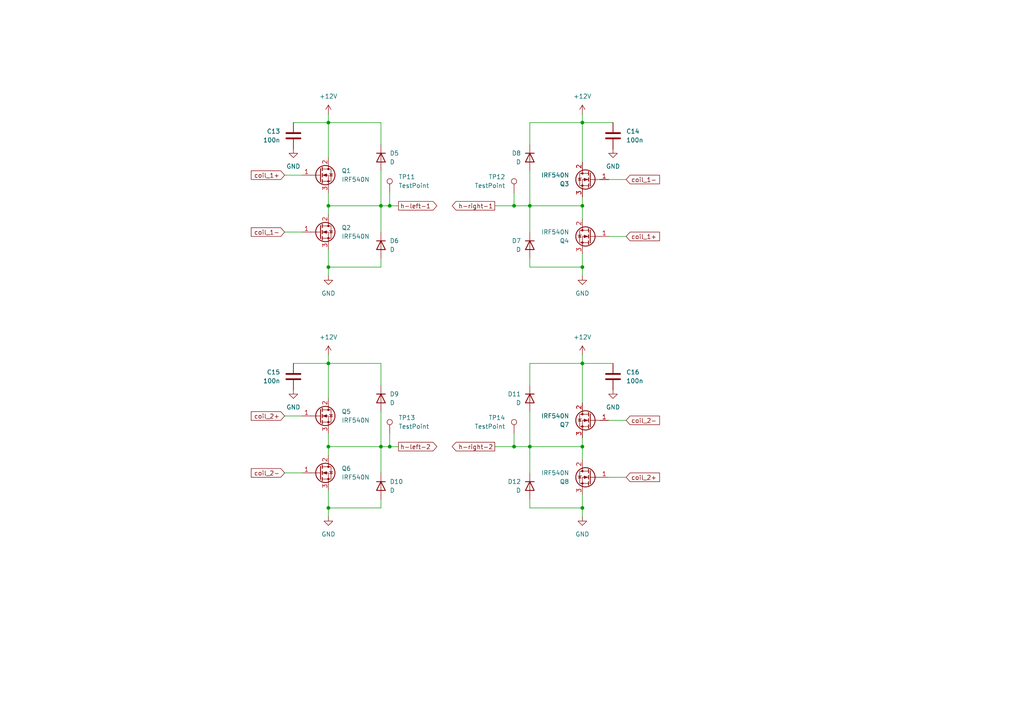
<source format=kicad_sch>
(kicad_sch (version 20250114) (generator "eeschema") (generator_version "9.0")
  (paper "A4")
  (lib_symbols
    (symbol "Connector:TestPoint" (pin_numbers (hide yes)) (pin_names (offset 0.762) (hide yes))
      (property "Reference" "TP" (at 0 6.858 0))
      (property "Value" "TestPoint" (at 0 5.08 0))
      (symbol "TestPoint_0_1"
        (circle (center 0 3.302) (radius 0.762))
      )
      (symbol "TestPoint_1_1"
        (pin passive line (at 0 0 90) (length 2.54) (name "1") (number "1"))
      )
    )
    (symbol "Device:C" (pin_numbers (hide yes)) (pin_names (offset 0.254))
      (property "Reference" "C" (at 0.635 2.54 0))
      (property "Value" "C" (at 0.635 -2.54 0))
      (symbol "C_0_1"
        (polyline (pts (xy -2.032 0.762) (xy 2.032 0.762)) (stroke (width 0.508)))
        (polyline (pts (xy -2.032 -0.762) (xy 2.032 -0.762)) (stroke (width 0.508)))
      )
      (symbol "C_1_1"
        (pin passive line (at 0 3.81 270) (length 2.794) (name "~") (number "1"))
        (pin passive line (at 0 -3.81 90) (length 2.794) (name "~") (number "2"))
      )
    )
    (symbol "Device:D" (pin_numbers (hide yes)) (pin_names (offset 1.016) (hide yes))
      (property "Reference" "D" (at 0 2.54 0))
      (property "Value" "D" (at 0 -2.54 0))
      (symbol "D_0_1"
        (polyline (pts (xy -1.27 1.27) (xy -1.27 -1.27)) (stroke (width 0.254)))
        (polyline (pts (xy 1.27 1.27) (xy 1.27 -1.27) (xy -1.27 0) (xy 1.27 1.27)) (stroke (width 0.254)))
        (polyline (pts (xy 1.27 0) (xy -1.27 0)))
      )
      (symbol "D_1_1"
        (pin passive line (at -3.81 0 0) (length 2.54) (name "K") (number "1"))
        (pin passive line (at 3.81 0 180) (length 2.54) (name "A") (number "2"))
      )
    )
    (symbol "Transistor_FET:IRF540N" (pin_names (hide yes))
      (property "Reference" "Q" (at 5.08 1.905 0))
      (property "Value" "IRF540N" (at 5.08 0 0))
      (symbol "IRF540N_0_1"
        (polyline (pts (xy 0.254 1.905) (xy 0.254 -1.905)) (stroke (width 0.254)))
        (polyline (pts (xy 0.254 0) (xy -2.54 0)))
        (polyline (pts (xy 0.762 2.286) (xy 0.762 1.27)) (stroke (width 0.254)))
        (polyline (pts (xy 0.762 0.508) (xy 0.762 -0.508)) (stroke (width 0.254)))
        (polyline (pts (xy 0.762 -1.27) (xy 0.762 -2.286)) (stroke (width 0.254)))
        (polyline (pts (xy 0.762 -1.778) (xy 3.302 -1.778) (xy 3.302 1.778) (xy 0.762 1.778)))
        (polyline (pts (xy 1.016 0) (xy 2.032 0.381) (xy 2.032 -0.381) (xy 1.016 0)) (fill (type outline)))
        (circle (center 1.651 0) (radius 2.794) (stroke (width 0.254)))
        (polyline (pts (xy 2.54 2.54) (xy 2.54 1.778)))
        (circle (center 2.54 1.778) (radius 0.254) (fill (type outline)))
        (circle (center 2.54 -1.778) (radius 0.254) (fill (type outline)))
        (polyline (pts (xy 2.54 -2.54) (xy 2.54 0) (xy 0.762 0)))
        (polyline (pts (xy 2.794 0.508) (xy 2.921 0.381) (xy 3.683 0.381) (xy 3.81 0.254)))
        (polyline (pts (xy 3.302 0.381) (xy 2.921 -0.254) (xy 3.683 -0.254) (xy 3.302 0.381)))
      )
      (symbol "IRF540N_1_1"
        (pin input line (at -5.08 0 0) (length 2.54) (name "G") (number "1"))
        (pin passive line (at 2.54 5.08 270) (length 2.54) (name "D") (number "2"))
        (pin passive line (at 2.54 -5.08 90) (length 2.54) (name "S") (number "3"))
      )
    )
    (symbol "power:+12V" (power) (pin_numbers (hide yes)) (pin_names (offset 0) (hide yes))
      (property "Value" "+12V" (at 0 3.556 0))
      (symbol "+12V_0_1"
        (polyline (pts (xy -0.762 1.27) (xy 0 2.54)))
        (polyline (pts (xy 0 2.54) (xy 0.762 1.27)))
        (polyline (pts (xy 0 0) (xy 0 2.54)))
      )
      (symbol "+12V_1_1"
        (pin power_in line (at 0 0 90) (length 0) (name "~") (number "1"))
      )
    )
    (symbol "power:GND" (power) (pin_numbers (hide yes)) (pin_names (offset 0) (hide yes))
      (property "Value" "GND" (at 0 -3.81 0))
      (symbol "GND_0_1"
        (polyline (pts (xy 0 0) (xy 0 -1.27) (xy 1.27 -1.27) (xy 0 -2.54) (xy -1.27 -1.27) (xy 0 -1.27)))
      )
      (symbol "GND_1_1"
        (pin power_in line (at 0 0 270) (length 0) (name "~") (number "1"))
      )
    )
  )
  (junction (at 168.91 35.56))
  (junction (at 149.098 129.54))
  (junction (at 153.67 59.69))
  (junction (at 110.49 59.69))
  (junction (at 113.03 129.54))
  (junction (at 168.91 59.69))
  (junction (at 110.49 129.54))
  (junction (at 168.91 129.54))
  (junction (at 95.25 59.69))
  (junction (at 168.91 147.32))
  (junction (at 95.25 35.56))
  (junction (at 168.91 77.47))
  (junction (at 95.25 147.32))
  (junction (at 95.25 77.47))
  (junction (at 153.67 129.54))
  (junction (at 113.03 59.69))
  (junction (at 149.098 59.69))
  (junction (at 168.91 105.41))
  (junction (at 95.25 129.54))
  (junction (at 95.25 105.41))
  (wire (pts (xy 149.098 59.69) (xy 153.67 59.69)))
  (wire (pts (xy 153.67 41.91) (xy 153.67 35.56)))
  (wire (pts (xy 168.91 35.56) (xy 177.8 35.56)))
  (wire (pts (xy 95.25 129.54) (xy 95.25 132.08)))
  (wire (pts (xy 153.67 49.53) (xy 153.67 59.69)))
  (wire (pts (xy 110.49 105.41) (xy 95.25 105.41)))
  (wire (pts (xy 110.49 129.54) (xy 110.49 137.16)))
  (wire (pts (xy 95.25 35.56) (xy 95.25 45.72)))
  (wire (pts (xy 110.49 77.47) (xy 95.25 77.47)))
  (wire (pts (xy 95.25 33.02) (xy 95.25 35.56)))
  (wire (pts (xy 110.49 35.56) (xy 95.25 35.56)))
  (wire (pts (xy 110.49 119.38) (xy 110.49 129.54)))
  (wire (pts (xy 85.09 105.41) (xy 95.25 105.41)))
  (wire (pts (xy 168.91 105.41) (xy 168.91 116.84)))
  (wire (pts (xy 168.91 127) (xy 168.91 129.54)))
  (wire (pts (xy 95.25 129.54) (xy 110.49 129.54)))
  (wire (pts (xy 168.91 105.41) (xy 177.8 105.41)))
  (wire (pts (xy 168.91 143.51) (xy 168.91 147.32)))
  (wire (pts (xy 149.098 125.73) (xy 149.098 129.54)))
  (wire (pts (xy 153.67 147.32) (xy 168.91 147.32)))
  (wire (pts (xy 153.67 129.54) (xy 168.91 129.54)))
  (wire (pts (xy 113.03 59.69) (xy 115.57 59.69)))
  (wire (pts (xy 85.09 35.56) (xy 95.25 35.56)))
  (wire (pts (xy 143.51 129.54) (xy 149.098 129.54)))
  (wire (pts (xy 176.53 52.07) (xy 181.61 52.07)))
  (wire (pts (xy 168.91 102.87) (xy 168.91 105.41)))
  (wire (pts (xy 176.53 68.58) (xy 181.61 68.58)))
  (wire (pts (xy 110.49 59.69) (xy 113.03 59.69)))
  (wire (pts (xy 168.91 80.01) (xy 168.91 77.47)))
  (wire (pts (xy 82.55 120.65) (xy 87.63 120.65)))
  (wire (pts (xy 110.49 41.91) (xy 110.49 35.56)))
  (wire (pts (xy 153.67 59.69) (xy 153.67 67.31)))
  (wire (pts (xy 153.67 144.78) (xy 153.67 147.32)))
  (wire (pts (xy 168.91 73.66) (xy 168.91 77.47)))
  (wire (pts (xy 95.25 147.32) (xy 95.25 149.86)))
  (wire (pts (xy 168.91 59.69) (xy 168.91 63.5)))
  (wire (pts (xy 95.25 105.41) (xy 95.25 115.57)))
  (wire (pts (xy 82.55 137.16) (xy 87.63 137.16)))
  (wire (pts (xy 95.25 125.73) (xy 95.25 129.54)))
  (wire (pts (xy 95.25 142.24) (xy 95.25 147.32)))
  (wire (pts (xy 153.67 59.69) (xy 168.91 59.69)))
  (wire (pts (xy 153.67 105.41) (xy 168.91 105.41)))
  (wire (pts (xy 110.49 129.54) (xy 113.03 129.54)))
  (wire (pts (xy 168.91 57.15) (xy 168.91 59.69)))
  (wire (pts (xy 95.25 59.69) (xy 110.49 59.69)))
  (wire (pts (xy 82.55 50.8) (xy 87.63 50.8)))
  (wire (pts (xy 176.53 121.92) (xy 181.61 121.92)))
  (wire (pts (xy 113.03 129.54) (xy 115.57 129.54)))
  (wire (pts (xy 153.67 77.47) (xy 168.91 77.47)))
  (wire (pts (xy 113.03 55.88) (xy 113.03 59.69)))
  (wire (pts (xy 110.49 147.32) (xy 95.25 147.32)))
  (wire (pts (xy 168.91 129.54) (xy 168.91 133.35)))
  (wire (pts (xy 153.67 129.54) (xy 153.67 137.16)))
  (wire (pts (xy 149.098 129.54) (xy 153.67 129.54)))
  (wire (pts (xy 95.25 77.47) (xy 95.25 80.01)))
  (wire (pts (xy 110.49 74.93) (xy 110.49 77.47)))
  (wire (pts (xy 82.55 67.31) (xy 87.63 67.31)))
  (wire (pts (xy 95.25 55.88) (xy 95.25 59.69)))
  (wire (pts (xy 176.53 138.43) (xy 181.61 138.43)))
  (wire (pts (xy 95.25 59.69) (xy 95.25 62.23)))
  (wire (pts (xy 143.51 59.69) (xy 149.098 59.69)))
  (wire (pts (xy 110.49 144.78) (xy 110.49 147.32)))
  (wire (pts (xy 153.67 35.56) (xy 168.91 35.56)))
  (wire (pts (xy 149.098 55.88) (xy 149.098 59.69)))
  (wire (pts (xy 95.25 72.39) (xy 95.25 77.47)))
  (wire (pts (xy 153.67 119.38) (xy 153.67 129.54)))
  (wire (pts (xy 168.91 33.02) (xy 168.91 35.56)))
  (wire (pts (xy 110.49 111.76) (xy 110.49 105.41)))
  (wire (pts (xy 110.49 49.53) (xy 110.49 59.69)))
  (wire (pts (xy 168.91 35.56) (xy 168.91 46.99)))
  (wire (pts (xy 110.49 59.69) (xy 110.49 67.31)))
  (wire (pts (xy 95.25 102.87) (xy 95.25 105.41)))
  (wire (pts (xy 168.91 149.86) (xy 168.91 147.32)))
  (wire (pts (xy 153.67 74.93) (xy 153.67 77.47)))
  (wire (pts (xy 113.03 125.73) (xy 113.03 129.54)))
  (wire (pts (xy 153.67 111.76) (xy 153.67 105.41)))
  (global_label "coil_1+" (shape input) (at 181.61 68.58 0) (property "Intersheetrefs" "${INTERSHEET_REFS}" (effects (hide yes))))
  (global_label "coil_1-" (shape input) (at 82.55 67.31 180) (property "Intersheetrefs" "${INTERSHEET_REFS}" (effects (hide yes))))
  (global_label "coil_1-" (shape input) (at 181.61 52.07 0) (property "Intersheetrefs" "${INTERSHEET_REFS}" (effects (hide yes))))
  (global_label "h-right-1" (shape output) (at 143.51 59.69 180) (property "Intersheetrefs" "${INTERSHEET_REFS}" (effects (hide yes))))
  (global_label "coil_2-" (shape input) (at 181.61 121.92 0) (property "Intersheetrefs" "${INTERSHEET_REFS}" (effects (hide yes))))
  (global_label "coil_2-" (shape input) (at 82.55 137.16 180) (property "Intersheetrefs" "${INTERSHEET_REFS}" (effects (hide yes))))
  (global_label "h-left-1" (shape output) (at 115.57 59.69 0) (property "Intersheetrefs" "${INTERSHEET_REFS}" (effects (hide yes))))
  (global_label "coil_1+" (shape input) (at 82.55 50.8 180) (property "Intersheetrefs" "${INTERSHEET_REFS}" (effects (hide yes))))
  (global_label "coil_2+" (shape input) (at 82.55 120.65 180) (property "Intersheetrefs" "${INTERSHEET_REFS}" (effects (hide yes))))
  (global_label "coil_2+" (shape input) (at 181.61 138.43 0) (property "Intersheetrefs" "${INTERSHEET_REFS}" (effects (hide yes))))
  (global_label "h-left-2" (shape output) (at 115.57 129.54 0) (property "Intersheetrefs" "${INTERSHEET_REFS}" (effects (hide yes))))
  (global_label "h-right-2" (shape output) (at 143.51 129.54 180) (property "Intersheetrefs" "${INTERSHEET_REFS}" (effects (hide yes))))
  (symbol (lib_id "power:+12V") (at 95.25 33.02 0) (unit 1)
    (property "Reference" "#PWR036" (effects (hide yes)))
    (property "Value" "+12V" (at 95.25 27.94 0))
    (property "Description" "Power symbol creates a global label with name \"+12V\"" (effects (hide yes)))
  )
  (symbol (lib_id "Transistor_FET:IRF540N") (at 92.71 137.16 0) (unit 1)
    (property "Reference" "Q6" (at 99.06 135.8899 0) (effects (justify left)))
    (property "Value" "IRF540N" (at 99.06 138.4299 0) (effects (justify left)))
    (property "Footprint" "Package_TO_SOT_THT:TO-220-3_Vertical" (effects (hide yes)))
    (property "Datasheet" "http://www.irf.com/product-info/datasheets/data/irf540n.pdf" (effects (hide yes)))
    (property "Description" "33A Id, 100V Vds, HEXFET N-Channel MOSFET, TO-220" (effects (hide yes)))
  )
  (symbol (lib_id "power:GND") (at 168.91 149.86 0) (unit 1)
    (property "Reference" "#PWR047" (effects (hide yes)))
    (property "Value" "GND" (at 168.91 154.94 0))
    (property "Description" "Power symbol creates a global label with name \"GND\" , ground" (effects (hide yes)))
  )
  (symbol (lib_id "power:GND") (at 85.09 113.03 0) (unit 1)
    (property "Reference" "#PWR043" (effects (hide yes)))
    (property "Value" "GND" (at 85.09 118.11 0))
    (property "Description" "Power symbol creates a global label with name \"GND\" , ground" (effects (hide yes)))
  )
  (symbol (lib_id "Device:D") (at 110.49 71.12 270) (unit 1)
    (property "Reference" "D6" (at 113.03 69.8499 90) (effects (justify left)))
    (property "Value" "D" (at 113.03 72.3899 90) (effects (justify left)))
    (property "Description" "Diode" (effects (hide yes)))
    (property "Sim.Device" "D" (effects (hide yes)))
    (property "Sim.Pins" "1=K 2=A" (effects (hide yes)))
  )
  (symbol (lib_id "Connector:TestPoint") (at 149.098 125.73 0) (mirror y) (unit 1)
    (property "Reference" "TP14" (at 146.558 121.1579 0) (effects (justify left)))
    (property "Value" "TestPoint" (at 146.558 123.6979 0) (effects (justify left)))
    (property "Footprint" "TestPoint:TestPoint_Loop_D2.50mm_Drill1.0mm" (effects (hide yes)))
    (property "Description" "test point" (effects (hide yes)))
  )
  (symbol (lib_id "Transistor_FET:IRF540N") (at 92.71 67.31 0) (unit 1)
    (property "Reference" "Q2" (at 99.06 66.0399 0) (effects (justify left)))
    (property "Value" "IRF540N" (at 99.06 68.5799 0) (effects (justify left)))
    (property "Footprint" "Package_TO_SOT_THT:TO-220-3_Vertical" (effects (hide yes)))
    (property "Datasheet" "http://www.irf.com/product-info/datasheets/data/irf540n.pdf" (effects (hide yes)))
    (property "Description" "33A Id, 100V Vds, HEXFET N-Channel MOSFET, TO-220" (effects (hide yes)))
  )
  (symbol (lib_id "Transistor_FET:IRF540N") (at 171.45 52.07 0) (mirror y) (unit 1)
    (property "Reference" "Q3" (at 165.1 53.3401 0) (effects (justify left)))
    (property "Value" "IRF540N" (at 165.1 50.8001 0) (effects (justify left)))
    (property "Footprint" "Package_TO_SOT_THT:TO-220-3_Vertical" (effects (hide yes)))
    (property "Datasheet" "http://www.irf.com/product-info/datasheets/data/irf540n.pdf" (effects (hide yes)))
    (property "Description" "33A Id, 100V Vds, HEXFET N-Channel MOSFET, TO-220" (effects (hide yes)))
  )
  (symbol (lib_id "Transistor_FET:IRF540N") (at 92.71 120.65 0) (unit 1)
    (property "Reference" "Q5" (at 99.06 119.3799 0) (effects (justify left)))
    (property "Value" "IRF540N" (at 99.06 121.9199 0) (effects (justify left)))
    (property "Footprint" "Package_TO_SOT_THT:TO-220-3_Vertical" (effects (hide yes)))
    (property "Datasheet" "http://www.irf.com/product-info/datasheets/data/irf540n.pdf" (effects (hide yes)))
    (property "Description" "33A Id, 100V Vds, HEXFET N-Channel MOSFET, TO-220" (effects (hide yes)))
  )
  (symbol (lib_id "Device:D") (at 153.67 71.12 90) (mirror x) (unit 1)
    (property "Reference" "D7" (at 151.13 69.8499 90) (effects (justify left)))
    (property "Value" "D" (at 151.13 72.3899 90) (effects (justify left)))
    (property "Description" "Diode" (effects (hide yes)))
    (property "Sim.Device" "D" (effects (hide yes)))
    (property "Sim.Pins" "1=K 2=A" (effects (hide yes)))
  )
  (symbol (lib_id "Transistor_FET:IRF540N") (at 171.45 68.58 0) (mirror y) (unit 1)
    (property "Reference" "Q4" (at 165.1 69.8501 0) (effects (justify left)))
    (property "Value" "IRF540N" (at 165.1 67.3101 0) (effects (justify left)))
    (property "Footprint" "Package_TO_SOT_THT:TO-220-3_Vertical" (effects (hide yes)))
    (property "Datasheet" "http://www.irf.com/product-info/datasheets/data/irf540n.pdf" (effects (hide yes)))
    (property "Description" "33A Id, 100V Vds, HEXFET N-Channel MOSFET, TO-220" (effects (hide yes)))
  )
  (symbol (lib_id "Connector:TestPoint") (at 149.098 55.88 0) (mirror y) (unit 1)
    (property "Reference" "TP12" (at 146.558 51.3079 0) (effects (justify left)))
    (property "Value" "TestPoint" (at 146.558 53.8479 0) (effects (justify left)))
    (property "Footprint" "TestPoint:TestPoint_Loop_D2.50mm_Drill1.0mm" (effects (hide yes)))
    (property "Description" "test point" (effects (hide yes)))
  )
  (symbol (lib_id "Device:D") (at 153.67 115.57 90) (mirror x) (unit 1)
    (property "Reference" "D11" (at 151.13 114.2999 90) (effects (justify left)))
    (property "Value" "D" (at 151.13 116.8399 90) (effects (justify left)))
    (property "Description" "Diode" (effects (hide yes)))
    (property "Sim.Device" "D" (effects (hide yes)))
    (property "Sim.Pins" "1=K 2=A" (effects (hide yes)))
  )
  (symbol (lib_id "Transistor_FET:IRF540N") (at 171.45 121.92 0) (mirror y) (unit 1)
    (property "Reference" "Q7" (at 165.1 123.1901 0) (effects (justify left)))
    (property "Value" "IRF540N" (at 165.1 120.6501 0) (effects (justify left)))
    (property "Footprint" "Package_TO_SOT_THT:TO-220-3_Vertical" (effects (hide yes)))
    (property "Datasheet" "http://www.irf.com/product-info/datasheets/data/irf540n.pdf" (effects (hide yes)))
    (property "Description" "33A Id, 100V Vds, HEXFET N-Channel MOSFET, TO-220" (effects (hide yes)))
  )
  (symbol (lib_id "power:+12V") (at 168.91 102.87 0) (unit 1)
    (property "Reference" "#PWR046" (effects (hide yes)))
    (property "Value" "+12V" (at 168.91 97.79 0))
    (property "Description" "Power symbol creates a global label with name \"+12V\"" (effects (hide yes)))
  )
  (symbol (lib_id "Connector:TestPoint") (at 113.03 125.73 0) (unit 1)
    (property "Reference" "TP13" (at 115.57 121.1579 0) (effects (justify left)))
    (property "Value" "TestPoint" (at 115.57 123.6979 0) (effects (justify left)))
    (property "Footprint" "TestPoint:TestPoint_Loop_D2.50mm_Drill1.0mm" (effects (hide yes)))
    (property "Description" "test point" (effects (hide yes)))
  )
  (symbol (lib_id "Connector:TestPoint") (at 113.03 55.88 0) (unit 1)
    (property "Reference" "TP11" (at 115.57 51.3079 0) (effects (justify left)))
    (property "Value" "TestPoint" (at 115.57 53.8479 0) (effects (justify left)))
    (property "Footprint" "TestPoint:TestPoint_Loop_D2.50mm_Drill1.0mm" (effects (hide yes)))
    (property "Description" "test point" (effects (hide yes)))
  )
  (symbol (lib_id "Device:C") (at 85.09 39.37 0) (mirror y) (unit 1)
    (property "Reference" "C13" (at 81.28 38.0999 0) (effects (justify left)))
    (property "Value" "100n" (at 81.28 40.6399 0) (effects (justify left)))
    (property "Footprint" "Capacitor_SMD:C_1206_3216Metric" (effects (hide yes)))
    (property "Description" "Unpolarized capacitor" (effects (hide yes)))
  )
  (symbol (lib_id "Device:C") (at 177.8 39.37 0) (mirror y) (unit 1)
    (property "Reference" "C14" (at 181.61 38.0999 0) (effects (justify right)))
    (property "Value" "100n" (at 181.61 40.6399 0) (effects (justify right)))
    (property "Footprint" "Capacitor_SMD:C_1206_3216Metric" (effects (hide yes)))
    (property "Description" "Unpolarized capacitor" (effects (hide yes)))
  )
  (symbol (lib_id "power:GND") (at 177.8 113.03 0) (mirror y) (unit 1)
    (property "Reference" "#PWR048" (effects (hide yes)))
    (property "Value" "GND" (at 177.8 118.11 0))
    (property "Description" "Power symbol creates a global label with name \"GND\" , ground" (effects (hide yes)))
  )
  (symbol (lib_id "power:GND") (at 95.25 149.86 0) (unit 1)
    (property "Reference" "#PWR045" (effects (hide yes)))
    (property "Value" "GND" (at 95.25 154.94 0))
    (property "Description" "Power symbol creates a global label with name \"GND\" , ground" (effects (hide yes)))
  )
  (symbol (lib_id "Device:D") (at 153.67 45.72 90) (mirror x) (unit 1)
    (property "Reference" "D8" (at 151.13 44.4499 90) (effects (justify left)))
    (property "Value" "D" (at 151.13 46.9899 90) (effects (justify left)))
    (property "Description" "Diode" (effects (hide yes)))
    (property "Sim.Device" "D" (effects (hide yes)))
    (property "Sim.Pins" "1=K 2=A" (effects (hide yes)))
  )
  (symbol (lib_id "power:GND") (at 85.09 43.18 0) (unit 1)
    (property "Reference" "#PWR040" (effects (hide yes)))
    (property "Value" "GND" (at 85.09 48.26 0))
    (property "Description" "Power symbol creates a global label with name \"GND\" , ground" (effects (hide yes)))
  )
  (symbol (lib_id "Device:C") (at 85.09 109.22 0) (mirror y) (unit 1)
    (property "Reference" "C15" (at 81.28 107.9499 0) (effects (justify left)))
    (property "Value" "100n" (at 81.28 110.4899 0) (effects (justify left)))
    (property "Footprint" "Capacitor_SMD:C_1206_3216Metric" (effects (hide yes)))
    (property "Description" "Unpolarized capacitor" (effects (hide yes)))
  )
  (symbol (lib_id "Device:D") (at 153.67 140.97 90) (mirror x) (unit 1)
    (property "Reference" "D12" (at 151.13 139.6999 90) (effects (justify left)))
    (property "Value" "D" (at 151.13 142.2399 90) (effects (justify left)))
    (property "Description" "Diode" (effects (hide yes)))
    (property "Sim.Device" "D" (effects (hide yes)))
    (property "Sim.Pins" "1=K 2=A" (effects (hide yes)))
  )
  (symbol (lib_id "Device:D") (at 110.49 140.97 270) (unit 1)
    (property "Reference" "D10" (at 113.03 139.6999 90) (effects (justify left)))
    (property "Value" "D" (at 113.03 142.2399 90) (effects (justify left)))
    (property "Description" "Diode" (effects (hide yes)))
    (property "Sim.Device" "D" (effects (hide yes)))
    (property "Sim.Pins" "1=K 2=A" (effects (hide yes)))
  )
  (symbol (lib_id "Device:D") (at 110.49 115.57 270) (unit 1)
    (property "Reference" "D9" (at 113.03 114.2999 90) (effects (justify left)))
    (property "Value" "D" (at 113.03 116.8399 90) (effects (justify left)))
    (property "Description" "Diode" (effects (hide yes)))
    (property "Sim.Device" "D" (effects (hide yes)))
    (property "Sim.Pins" "1=K 2=A" (effects (hide yes)))
  )
  (symbol (lib_id "Transistor_FET:IRF540N") (at 171.45 138.43 0) (mirror y) (unit 1)
    (property "Reference" "Q8" (at 165.1 139.7001 0) (effects (justify left)))
    (property "Value" "IRF540N" (at 165.1 137.1601 0) (effects (justify left)))
    (property "Footprint" "Package_TO_SOT_THT:TO-220-3_Vertical" (effects (hide yes)))
    (property "Datasheet" "http://www.irf.com/product-info/datasheets/data/irf540n.pdf" (effects (hide yes)))
    (property "Description" "33A Id, 100V Vds, HEXFET N-Channel MOSFET, TO-220" (effects (hide yes)))
  )
  (symbol (lib_id "power:+12V") (at 168.91 33.02 0) (unit 1)
    (property "Reference" "#PWR037" (effects (hide yes)))
    (property "Value" "+12V" (at 168.91 27.94 0))
    (property "Description" "Power symbol creates a global label with name \"+12V\"" (effects (hide yes)))
  )
  (symbol (lib_id "power:+12V") (at 95.25 102.87 0) (unit 1)
    (property "Reference" "#PWR044" (effects (hide yes)))
    (property "Value" "+12V" (at 95.25 97.79 0))
    (property "Description" "Power symbol creates a global label with name \"+12V\"" (effects (hide yes)))
  )
  (symbol (lib_id "Device:D") (at 110.49 45.72 270) (unit 1)
    (property "Reference" "D5" (at 113.03 44.4499 90) (effects (justify left)))
    (property "Value" "D" (at 113.03 46.9899 90) (effects (justify left)))
    (property "Description" "Diode" (effects (hide yes)))
    (property "Sim.Device" "D" (effects (hide yes)))
    (property "Sim.Pins" "1=K 2=A" (effects (hide yes)))
  )
  (symbol (lib_id "power:GND") (at 95.25 80.01 0) (unit 1)
    (property "Reference" "#PWR038" (effects (hide yes)))
    (property "Value" "GND" (at 95.25 85.09 0))
    (property "Description" "Power symbol creates a global label with name \"GND\" , ground" (effects (hide yes)))
  )
  (symbol (lib_id "power:GND") (at 168.91 80.01 0) (unit 1)
    (property "Reference" "#PWR039" (effects (hide yes)))
    (property "Value" "GND" (at 168.91 85.09 0))
    (property "Description" "Power symbol creates a global label with name \"GND\" , ground" (effects (hide yes)))
  )
  (symbol (lib_id "Transistor_FET:IRF540N") (at 92.71 50.8 0) (unit 1)
    (property "Reference" "Q1" (at 99.06 49.5299 0) (effects (justify left)))
    (property "Value" "IRF540N" (at 99.06 52.0699 0) (effects (justify left)))
    (property "Footprint" "Package_TO_SOT_THT:TO-220-3_Vertical" (effects (hide yes)))
    (property "Datasheet" "http://www.irf.com/product-info/datasheets/data/irf540n.pdf" (effects (hide yes)))
    (property "Description" "33A Id, 100V Vds, HEXFET N-Channel MOSFET, TO-220" (effects (hide yes)))
  )
  (symbol (lib_id "power:GND") (at 177.8 43.18 0) (mirror y) (unit 1)
    (property "Reference" "#PWR041" (effects (hide yes)))
    (property "Value" "GND" (at 177.8 48.26 0))
    (property "Description" "Power symbol creates a global label with name \"GND\" , ground" (effects (hide yes)))
  )
  (symbol (lib_id "Device:C") (at 177.8 109.22 0) (mirror y) (unit 1)
    (property "Reference" "C16" (at 181.61 107.9499 0) (effects (justify right)))
    (property "Value" "100n" (at 181.61 110.4899 0) (effects (justify right)))
    (property "Footprint" "Capacitor_SMD:C_1206_3216Metric" (effects (hide yes)))
    (property "Description" "Unpolarized capacitor" (effects (hide yes)))
  )
)
</source>
